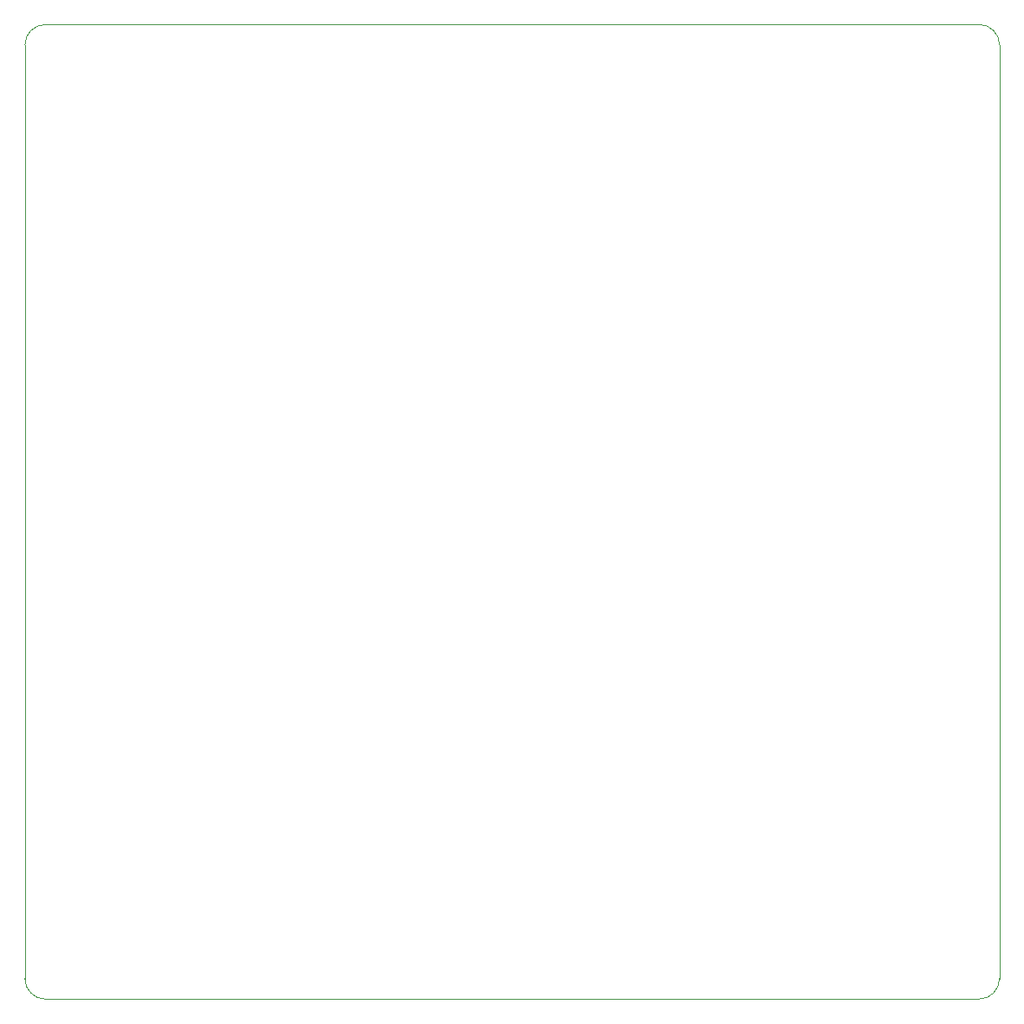
<source format=gbr>
%TF.GenerationSoftware,KiCad,Pcbnew,8.0.2*%
%TF.CreationDate,2024-06-19T15:00:55+02:00*%
%TF.ProjectId,rom_ram_board_v2,726f6d5f-7261-46d5-9f62-6f6172645f76,1.0*%
%TF.SameCoordinates,Original*%
%TF.FileFunction,Profile,NP*%
%FSLAX46Y46*%
G04 Gerber Fmt 4.6, Leading zero omitted, Abs format (unit mm)*
G04 Created by KiCad (PCBNEW 8.0.2) date 2024-06-19 15:00:55*
%MOMM*%
%LPD*%
G01*
G04 APERTURE LIST*
%TA.AperFunction,Profile*%
%ADD10C,0.100000*%
%TD*%
G04 APERTURE END LIST*
D10*
X25400000Y-27400000D02*
X25400000Y-118650000D01*
X120650000Y-27400000D02*
X120650000Y-118650000D01*
X120650000Y-118650000D02*
G75*
G02*
X118650000Y-120650000I-2000000J0D01*
G01*
X27400000Y-120650000D02*
G75*
G02*
X25400000Y-118650000I0J2000000D01*
G01*
X25400000Y-27400000D02*
G75*
G02*
X27400000Y-25400000I2000000J0D01*
G01*
X118650000Y-25400000D02*
G75*
G02*
X120650000Y-27400000I0J-2000000D01*
G01*
X27400000Y-120650000D02*
X118650000Y-120650000D01*
X27400000Y-25400000D02*
X118650000Y-25400000D01*
M02*

</source>
